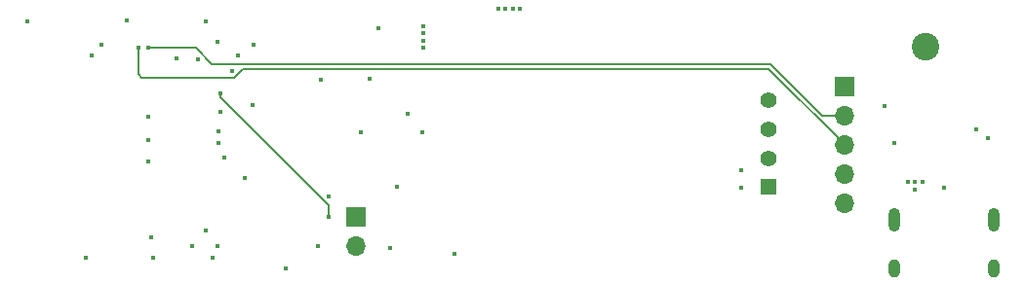
<source format=gbr>
%TF.GenerationSoftware,KiCad,Pcbnew,7.0.9*%
%TF.CreationDate,2024-02-12T22:59:22+01:00*%
%TF.ProjectId,MTR_C3_TempHum,4d54525f-4333-45f5-9465-6d7048756d2e,rev?*%
%TF.SameCoordinates,Original*%
%TF.FileFunction,Copper,L3,Inr*%
%TF.FilePolarity,Positive*%
%FSLAX46Y46*%
G04 Gerber Fmt 4.6, Leading zero omitted, Abs format (unit mm)*
G04 Created by KiCad (PCBNEW 7.0.9) date 2024-02-12 22:59:22*
%MOMM*%
%LPD*%
G01*
G04 APERTURE LIST*
%TA.AperFunction,ComponentPad*%
%ADD10O,1.000000X1.600000*%
%TD*%
%TA.AperFunction,ComponentPad*%
%ADD11O,1.000000X2.100000*%
%TD*%
%TA.AperFunction,ComponentPad*%
%ADD12R,1.416000X1.416000*%
%TD*%
%TA.AperFunction,ComponentPad*%
%ADD13C,1.416000*%
%TD*%
%TA.AperFunction,ComponentPad*%
%ADD14R,1.700000X1.700000*%
%TD*%
%TA.AperFunction,ComponentPad*%
%ADD15O,1.700000X1.700000*%
%TD*%
%TA.AperFunction,ComponentPad*%
%ADD16C,2.400000*%
%TD*%
%TA.AperFunction,ViaPad*%
%ADD17C,0.450000*%
%TD*%
%TA.AperFunction,Conductor*%
%ADD18C,0.200000*%
%TD*%
G04 APERTURE END LIST*
D10*
%TO.N,GND*%
%TO.C,J1*%
X123700000Y-50640000D03*
D11*
X123700000Y-46460000D03*
D10*
X115060000Y-50640000D03*
D11*
X115060000Y-46460000D03*
%TD*%
D12*
%TO.N,+3.3V*%
%TO.C,IC4*%
X104150000Y-43568000D03*
D13*
%TO.N,DHT22_DATA*%
X104150000Y-41068000D03*
%TO.N,unconnected-(IC4-NULL-Pad3)*%
X104150000Y-38568000D03*
%TO.N,GND*%
X104150000Y-36068000D03*
%TD*%
D14*
%TO.N,GPIO9*%
%TO.C,J2*%
X68326000Y-46223000D03*
D15*
%TO.N,GND*%
X68326000Y-48763000D03*
%TD*%
D14*
%TO.N,GPIO7*%
%TO.C,J4*%
X110744000Y-34803000D03*
D15*
%TO.N,UART_RX*%
X110744000Y-37343000D03*
%TO.N,UART_TX*%
X110744000Y-39883000D03*
%TO.N,GND*%
X110744000Y-42423000D03*
%TO.N,+3.3V*%
X110744000Y-44963000D03*
%TD*%
D16*
%TO.N,*%
%TO.C,BT1*%
X117720000Y-31370000D03*
%TD*%
D17*
%TO.N,+3.3V*%
X81280000Y-28067000D03*
X81915000Y-28067000D03*
X80645000Y-28067000D03*
X82550000Y-28067000D03*
X74168000Y-31496000D03*
X74168000Y-30861000D03*
X74168000Y-30226000D03*
X74168000Y-29591000D03*
%TO.N,GND*%
X45339000Y-32131000D03*
X46228000Y-31242000D03*
%TO.N,+3.3V*%
X101727000Y-43688000D03*
X59309000Y-36449000D03*
X58674000Y-42799000D03*
%TO.N,GND*%
X115062000Y-39751000D03*
X65024000Y-48768000D03*
%TO.N,VBAT*%
X62210000Y-50693000D03*
%TO.N,Hard_reset*%
X55286000Y-29210000D03*
X58057721Y-32149721D03*
%TO.N,Net-(D4-A)*%
X65913000Y-44450000D03*
X114173000Y-36576000D03*
%TO.N,GPIO7*%
X56515000Y-37084000D03*
%TO.N,SDA*%
X56388000Y-39751000D03*
%TO.N,SCL*%
X56388000Y-38735000D03*
X68707000Y-38862000D03*
%TO.N,SDA*%
X74041000Y-38862000D03*
%TO.N,GND*%
X57531000Y-33528000D03*
X69469000Y-34163000D03*
X56261000Y-30988000D03*
%TO.N,UART_RX*%
X50292000Y-31496000D03*
%TO.N,UART_TX*%
X49403000Y-31496000D03*
%TO.N,+3.3V*%
X55880000Y-49784000D03*
X54102000Y-48768000D03*
%TO.N,GND*%
X55245000Y-47371000D03*
X56261000Y-48768000D03*
%TO.N,GPIO9*%
X56515000Y-35433000D03*
X65913000Y-46228000D03*
%TO.N,ADC_lvl_BAT*%
X50546000Y-48006000D03*
X65278000Y-34290000D03*
%TO.N,VBAT*%
X59436000Y-31242000D03*
%TO.N,GND*%
X70231000Y-29784000D03*
X50292000Y-41402000D03*
X50292000Y-39497000D03*
X50292000Y-37465000D03*
%TO.N,VBUS*%
X119380000Y-43688000D03*
X71247000Y-48895000D03*
%TO.N,GND*%
X76835000Y-49403000D03*
%TO.N,EN*%
X50673000Y-49784000D03*
X48387000Y-29083000D03*
%TO.N,GND*%
X44831000Y-49784000D03*
X39751000Y-29210000D03*
X72771000Y-37211000D03*
X71882000Y-43561000D03*
%TO.N,DHT22_DATA*%
X56896000Y-41021000D03*
X101727000Y-42164000D03*
%TO.N,GND*%
X122174000Y-38608000D03*
X123190000Y-39370000D03*
X123190000Y-39370000D03*
%TO.N,VBAT*%
X116840000Y-43815000D03*
X117475000Y-43180000D03*
X116840000Y-43180000D03*
X116205000Y-43180000D03*
%TO.N,USB_D+*%
X52705000Y-32385000D03*
X54610000Y-32449500D03*
%TD*%
D18*
%TO.N,UART_TX*%
X49674000Y-34053000D02*
X49403000Y-33782000D01*
X49403000Y-33782000D02*
X49403000Y-31496000D01*
X57748463Y-34053000D02*
X49674000Y-34053000D01*
X58508463Y-33293000D02*
X57748463Y-34053000D01*
X104159000Y-33293000D02*
X58508463Y-33293000D01*
X110744000Y-39878000D02*
X104159000Y-33293000D01*
X110744000Y-39883000D02*
X110744000Y-39878000D01*
%TO.N,UART_RX*%
X104324686Y-32893000D02*
X55795963Y-32893000D01*
X54398963Y-31496000D02*
X50292000Y-31496000D01*
X108774686Y-37343000D02*
X104324686Y-32893000D01*
X55795963Y-32893000D02*
X54398963Y-31496000D01*
X110744000Y-37343000D02*
X108774686Y-37343000D01*
%TO.N,GPIO9*%
X65913000Y-45192463D02*
X65913000Y-46228000D01*
X56515000Y-35794463D02*
X65913000Y-45192463D01*
X56515000Y-35433000D02*
X56515000Y-35794463D01*
%TD*%
M02*

</source>
